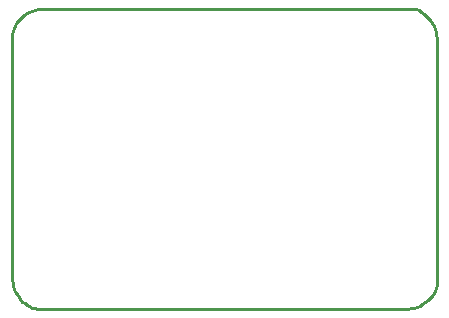
<source format=gko>
G04*
G04 #@! TF.GenerationSoftware,Altium Limited,Altium Designer,21.4.1 (30)*
G04*
G04 Layer_Color=16711935*
%FSLAX25Y25*%
%MOIN*%
G70*
G04*
G04 #@! TF.SameCoordinates,1284AD4A-ECE2-4980-9B3C-821E3ADC8275*
G04*
G04*
G04 #@! TF.FilePolarity,Positive*
G04*
G01*
G75*
%ADD44C,0.01000*%
D44*
X2441Y96661D02*
X1818Y95965D01*
X1277Y95202D01*
X825Y94384D01*
X468Y93521D01*
X209Y92623D01*
X52Y91702D01*
X0Y90768D01*
X10691Y100079D02*
X9674Y100034D01*
X8665Y99901D01*
X7671Y99681D01*
X6701Y99375D01*
X5760Y98986D01*
X4857Y98516D01*
X3999Y97969D01*
X3191Y97349D01*
X2441Y96661D01*
X138039Y97756D02*
X137259Y98440D01*
X136397Y99016D01*
X135467Y99475D01*
X134484Y99809D01*
X133467Y100011D01*
X132432Y100079D01*
X141575Y89220D02*
X141529Y90272D01*
X141391Y91317D01*
X141164Y92345D01*
X140847Y93349D01*
X140444Y94322D01*
X139958Y95256D01*
X139392Y96144D01*
X138751Y96980D01*
X138039Y97756D01*
X139252Y3536D02*
X139936Y4315D01*
X140512Y5178D01*
X140971Y6108D01*
X141305Y7091D01*
X141507Y8108D01*
X141575Y9143D01*
X130717Y0D02*
X131769Y46D01*
X132813Y183D01*
X133841Y411D01*
X134845Y728D01*
X135818Y1131D01*
X136752Y1617D01*
X137640Y2183D01*
X138476Y2824D01*
X139252Y3536D01*
X3417Y2441D02*
X4114Y1818D01*
X4876Y1277D01*
X5694Y825D01*
X6558Y468D01*
X7456Y209D01*
X8377Y52D01*
X9310Y0D01*
X0Y10691D02*
X44Y9674D01*
X177Y8665D01*
X398Y7671D01*
X704Y6701D01*
X1093Y5760D01*
X1563Y4857D01*
X2110Y3999D01*
X2730Y3191D01*
X3417Y2441D01*
X0Y72252D02*
Y90768D01*
X10691Y100079D02*
X132432D01*
X141575Y9143D02*
Y89220D01*
X9310Y0D02*
X130717D01*
X0Y10691D02*
Y72252D01*
M02*

</source>
